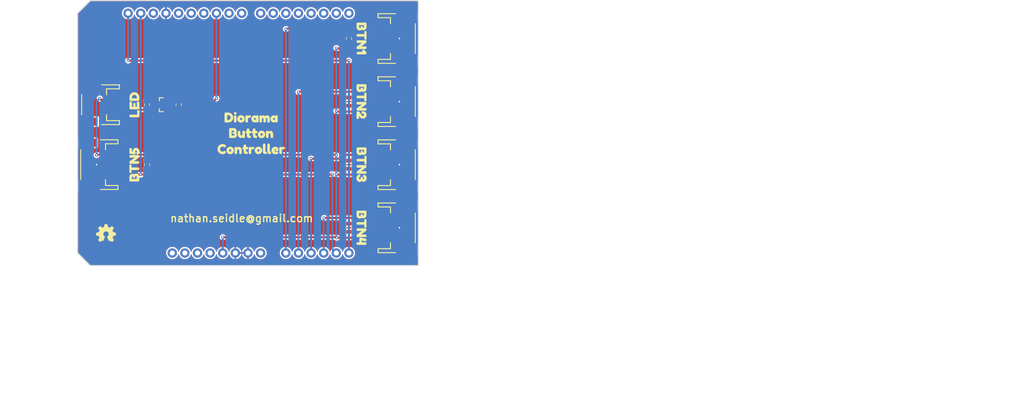
<source format=kicad_pcb>
(kicad_pcb (version 20240108) (generator "pcbnew") (generator_version "8.0")
  (title_block (title "WOW Button MP3 Controller") (date "2024-10-18") (rev "v10") (comment 1 "Designed by: N. Seidle"))
  (layers (0 "F.Cu" signal) (31 "B.Cu" signal) (34 "B.Paste" user) (35 "F.Paste" user) (36 "B.SilkS" user "B.Silkscreen") (37 "F.SilkS" user "F.Silkscreen") (38 "B.Mask" user) (39 "F.Mask" user) (44 "Edge.Cuts" user))
  (net 0 "")
  (net 1 "5V")
  (net 2 "GND")
  (net 3 "LED0")
  (net 4 "BTN1")
  (net 5 "BTN2")
  (net 6 "BTN3")
  (net 8 "Net-(J5--)")
  (net 11 "BTN4")
  (net 30 "Net-(Q1-B)")
  (net 31 "Net-(Q1-C)")
  (net 32 "BTN5")
  (net 33 "unconnected-(B1-PadA5{slash}SCL)")
  (footprint "SparkFun-Connector:JST_SMD_2.0mm-3" (layer "F.Cu") (at 154.94 99.06 -90)
    (property "Reference" "J1")
    (property "Value" "JST_2mm_3")
    (pad "1" smd rect (at -1.99 4.77 270) (size 1 4.6) (layers "F.Cu" "F.Paste" "F.Mask") (net 5 "BTN2"))
    (pad "2" smd rect (at 0.01 4.77 270) (size 1 4.6) (layers "F.Cu" "F.Paste" "F.Mask") (net 2 "GND"))
    (pad "3" smd rect (at 2.01 4.77 270) (size 1 4.6) (layers "F.Cu" "F.Paste" "F.Mask") (net 1 "5V"))
    (pad "NC1" smd rect (at -4.39 -0.43) (size 3.4 1.6) (layers "F.Cu" "F.Paste" "F.Mask"))
    (pad "NC2" smd rect (at 4.41 -0.43) (size 3.4 1.6) (layers "F.Cu" "F.Paste" "F.Mask"))
  )
  (footprint "kibuzzard-671AF941" (layer "F.Cu") (at 123.825 102.235)
    (property "Reference" "kibuzzard-671AF941" (hide yes))
    (property "Value" "G***" (hide yes))
  )
  (footprint "SparkFun-Resistor:R_0603_1608Metric" (layer "F.Cu") (at 143.51 111.76 -90)
    (property "Reference" "R3")
    (property "Value" "10k")
    (pad "1" smd roundrect (at -0.825 0 270) (size 0.8 0.95) (layers "F.Cu" "F.Paste" "F.Mask") (net 6 "BTN3"))
    (pad "2" smd roundrect (at 0.825 0 270) (size 0.8 0.95) (layers "F.Cu" "F.Paste" "F.Mask") (net 1 "5V"))
  )
  (footprint "SparkFun-Connector:JST_SMD_2.0mm-3" (layer "F.Cu") (at 154.94 111.76 -90)
    (property "Reference" "J3")
    (property "Value" "JST_2mm_3")
    (pad "1" smd rect (at -1.99 4.77 270) (size 1 4.6) (layers "F.Cu" "F.Paste" "F.Mask") (net 6 "BTN3"))
    (pad "2" smd rect (at 0.01 4.77 270) (size 1 4.6) (layers "F.Cu" "F.Paste" "F.Mask") (net 2 "GND"))
    (pad "3" smd rect (at 2.01 4.77 270) (size 1 4.6) (layers "F.Cu" "F.Paste" "F.Mask") (net 1 "5V"))
    (pad "NC1" smd rect (at -4.39 -0.43) (size 3.4 1.6) (layers "F.Cu" "F.Paste" "F.Mask"))
    (pad "NC2" smd rect (at 4.41 -0.43) (size 3.4 1.6) (layers "F.Cu" "F.Paste" "F.Mask"))
  )
  (footprint "kibuzzard-67132779" (layer "F.Cu") (at 146.05 111.76 -90)
    (property "Reference" "kibuzzard-67132779" (hide yes))
    (property "Value" "G***" (hide yes))
  )
  (footprint "kibuzzard-6713273F" (layer "F.Cu") (at 146.05 86.36 -90)
    (property "Reference" "kibuzzard-6713273F" (hide yes))
    (property "Value" "G***" (hide yes))
  )
  (footprint "SparkFun-Resistor:R_0603_1608Metric" (layer "F.Cu") (at 109.22 99.695 90)
    (property "Reference" "R7")
    (property "Value" "330")
    (pad "1" smd roundrect (at -0.825 0 90) (size 0.8 0.95) (layers "F.Cu" "F.Paste" "F.Mask") (net 30 "Net-(Q1-B)"))
    (pad "2" smd roundrect (at 0.825 0 90) (size 0.8 0.95) (layers "F.Cu" "F.Paste" "F.Mask") (net 3 "LED0"))
  )
  (footprint "SparkFun-Aesthetic:OSHW_Logo_4mm" (layer "F.Cu") (at 94.615 125.73)
    (property "Reference" "Ref**" (hide yes))
    (property "Value" "Val**" (hide yes))
  )
  (footprint "SparkFun-Board:Uno_R3_Shield_NoLabels" (layer "F.Cu") (at 119.38 105.41 -90)
    (property "Reference" "B1")
    (property "Value" "Arduino_Uno_R3_Shield")
    (pad "3.3V" thru_hole circle (at 24.13 3.81) (size 1.8796 1.8796) (drill 1.016) (layers "*.Cu" "*.Mask"))
    (pad "5V" thru_hole circle (at 24.13 1.27) (size 1.8796 1.8796) (drill 1.016) (layers "*.Cu" "*.Mask") (net 1 "5V"))
    (pad "A0" thru_hole circle (at 24.13 -11.43) (size 1.8796 1.8796) (drill 1.016) (layers "*.Cu" "*.Mask") (net 4 "BTN1"))
    (pad "A1" thru_hole circle (at 24.13 -13.97) (size 1.8796 1.8796) (drill 1.016) (layers "*.Cu" "*.Mask") (net 5 "BTN2"))
    (pad "A2" thru_hole circle (at 24.13 -16.51) (size 1.8796 1.8796) (drill 1.016) (layers "*.Cu" "*.Mask") (net 6 "BTN3"))
    (pad "A3" thru_hole circle (at 24.13 -19.05) (size 1.8796 1.8796) (drill 1.016) (layers "*.Cu" "*.Mask") (net 11 "BTN4"))
    (pad "A4/SDA" thru_hole circle (at -24.13 17.78) (size 1.8796 1.8796) (drill 1.016) (layers "*.Cu" "*.Mask") (net 32 "BTN5"))
    (pad "A4/SDA" thru_hole circle (at 24.13 -21.59) (size 1.8796 1.8796) (drill 1.016) (layers "*.Cu" "*.Mask") (net 32 "BTN5"))
    (pad "A5/SCL" thru_hole circle (at -24.13 20.32) (size 1.8796 1.8796) (drill 1.016) (layers "*.Cu" "*.Mask") (net 33 "unconnected-(B1-PadA5{slash}SCL)"))
    (pad "A5/SCL" thru_hole circle (at 24.13 -24.13) (size 1.8796 1.8796) (drill 1.016) (layers "*.Cu" "*.Mask") (net 33 "unconnected-(B1-PadA5{slash}SCL)"))
    (pad "AREF" thru_hole circle (at -24.13 15.24) (size 1.8796 1.8796) (drill 1.016) (layers "*.Cu" "*.Mask"))
    (pad "D0/TXO" thru_hole circle (at -24.13 -24.13) (size 1.8796 1.8796) (drill 1.016) (layers "*.Cu" "*.Mask"))
    (pad "D1/RXI" thru_hole circle (at -24.13 -21.59) (size 1.8796 1.8796) (drill 1.016) (layers "*.Cu" "*.Mask"))
    (pad "D2" thru_hole circle (at -24.13 -19.05) (size 1.8796 1.8796) (drill 1.016) (layers "*.Cu" "*.Mask"))
    (pad "D3" thru_hole circle (at -24.13 -16.51) (size 1.8796 1.8796) (drill 1.016) (layers "*.Cu" "*.Mask"))
    (pad "D4" thru_hole circle (at -24.13 -13.97) (size 1.8796 1.8796) (drill 1.016) (layers "*.Cu" "*.Mask"))
    (pad "D5" thru_hole circle (at -24.13 -11.43) (size 1.8796 1.8796) (drill 1.016) (layers "*.Cu" "*.Mask"))
    (pad "D6" thru_hole circle (at -24.13 -8.89) (size 1.8796 1.8796) (drill 1.016) (layers "*.Cu" "*.Mask"))
    (pad "D7" thru_hole circle (at -24.13 -6.35) (size 1.8796 1.8796) (drill 1.016) (layers "*.Cu" "*.Mask"))
    (pad "D8" thru_hole circle (at -24.13 -2.54) (size 1.8796 1.8796) (drill 1.016) (layers "*.Cu" "*.Mask"))
    (pad "D9" thru_hole circle (at -24.13 0) (size 1.8796 1.8796) (drill 1.016) (layers "*.Cu" "*.Mask"))
    (pad "D10" thru_hole circle (at -24.13 2.54) (size 1.8796 1.8796) (drill 1.016) (layers "*.Cu" "*.Mask") (net 3 "LED0"))
    (pad "D11" thru_hole circle (at -24.13 5.08) (size 1.8796 1.8796) (drill 1.016) (layers "*.Cu" "*.Mask"))
    (pad "D12" thru_hole circle (at -24.13 7.62) (size 1.8796 1.8796) (drill 1.016) (layers "*.Cu" "*.Mask"))
    (pad "D13" thru_hole circle (at -24.13 10.16) (size 1.8796 1.8796) (drill 1.016) (layers "*.Cu" "*.Mask"))
    (pad "GND" thru_hole circle (at -24.13 12.7) (size 1.8796 1.8796) (drill 1.016) (layers "*.Cu" "*.Mask") (net 2 "GND"))
    (pad "GND" thru_hole circle (at 24.13 -3.81) (size 1.8796 1.8796) (drill 1.016) (layers "*.Cu" "*.Mask") (net 2 "GND"))
    (pad "GND" thru_hole circle (at 24.13 -1.27) (size 1.8796 1.8796) (drill 1.016) (layers "*.Cu" "*.Mask") (net 2 "GND"))
    (pad "IOREF" thru_hole circle (at 24.13 8.89) (size 1.8796 1.8796) (drill 1.016) (layers "*.Cu" "*.Mask"))
    (pad "NC" thru_hole circle (at 24.13 11.43) (size 1.8796 1.8796) (drill 1.016) (layers "*.Cu" "*.Mask"))
    (pad "VIN" thru_hole circle (at 24.13 -6.35) (size 1.8796 1.8796) (drill 1.016) (layers "*.Cu" "*.Mask"))
    (pad "~{RESET}" thru_hole circle (at 24.13 6.35) (size 1.8796 1.8796) (drill 1.016) (layers "*.Cu" "*.Mask"))
  )
  (footprint "kibuzzard-67132780" (layer "F.Cu") (at 146.05 124.46 -90)
    (property "Reference" "kibuzzard-67132780" (hide yes))
    (property "Value" "G***" (hide yes))
  )
  (footprint "SparkFun-Connector:JST_SMD_2.0mm-2" (layer "F.Cu") (at 92.71 99.695 90)
    (property "Reference" "J5")
    (property "Value" "JST_2mm_LiPo")
    (pad "1" smd rect (at -1 3.7 90) (size 1 4.6) (layers "F.Cu" "F.Paste" "F.Mask") (net 8 "Net-(J5--)"))
    (pad "2" smd rect (at 1 3.7 90) (size 1 4.6) (layers "F.Cu" "F.Paste" "F.Mask") (net 1 "5V"))
    (pad "NC1" smd rect (at -3.4 -1.5 180) (size 3.4 1.6) (layers "F.Cu" "F.Paste" "F.Mask"))
    (pad "NC2" smd rect (at 3.4 -1.5 180) (size 3.4 1.6) (layers "F.Cu" "F.Paste" "F.Mask"))
  )
  (footprint "SparkFun-Semiconductor-Standard:SOT23-3" (layer "F.Cu") (at 106.045 99.695 180)
    (property "Reference" "Q1")
    (property "Value" "MMBT2222A")
    (pad "1" smd rect (at -1 -0.95 90) (size 0.8 0.9) (layers "F.Cu" "F.Paste" "F.Mask") (net 30 "Net-(Q1-B)"))
    (pad "2" smd rect (at -1 0.95 90) (size 0.8 0.9) (layers "F.Cu" "F.Paste" "F.Mask") (net 2 "GND"))
    (pad "3" smd rect (at 1.1 0 90) (size 0.8 0.9) (layers "F.Cu" "F.Paste" "F.Mask") (net 31 "Net-(Q1-C)"))
  )
  (footprint "SparkFun-Aesthetic:Creative_Commons_License" (layer "F.Cu") (at 231.5 159.5)
    (property "Reference" "G1" (hide yes))
    (property "Value" "OSHW_Logo" (hide yes))
  )
  (footprint "SparkFun-Resistor:R_0603_1608Metric" (layer "F.Cu") (at 143.51 86.36 -90)
    (property "Reference" "R1")
    (property "Value" "10k")
    (pad "1" smd roundrect (at -0.825 0 270) (size 0.8 0.95) (layers "F.Cu" "F.Paste" "F.Mask") (net 4 "BTN1"))
    (pad "2" smd roundrect (at 0.825 0 270) (size 0.8 0.95) (layers "F.Cu" "F.Paste" "F.Mask") (net 1 "5V"))
  )
  (footprint "SparkFun-Resistor:R_0603_1608Metric" (layer "F.Cu") (at 102.87 99.695 -90)
    (property "Reference" "R8")
    (property "Value" "33")
    (pad "1" smd roundrect (at -0.825 0 270) (size 0.8 0.95) (layers "F.Cu" "F.Paste" "F.Mask") (net 31 "Net-(Q1-C)"))
    (pad "2" smd roundrect (at 0.825 0 270) (size 0.8 0.95) (layers "F.Cu" "F.Paste" "F.Mask") (net 8 "Net-(J5--)"))
  )
  (footprint "SparkFun-Resistor:R_0603_1608Metric" (layer "F.Cu") (at 143.51 124.46 -90)
    (property "Reference" "R4")
    (property "Value" "10k")
    (pad "1" smd roundrect (at -0.825 0 270) (size 0.8 0.95) (layers "F.Cu" "F.Paste" "F.Mask") (net 11 "BTN4"))
    (pad "2" smd roundrect (at 0.825 0 270) (size 0.8 0.95) (layers "F.Cu" "F.Paste" "F.Mask") (net 1 "5V"))
  )
  (footprint "kibuzzard-6713271F" (layer "F.Cu") (at 100.33 99.695 90)
    (property "Reference" "kibuzzard-6713271F" (hide yes))
    (property "Value" "G***" (hide yes))
  )
  (footprint "SparkFun-Resistor:R_0603_1608Metric" (layer "F.Cu") (at 102.87 111.76 90)
    (property "Reference" "R5")
    (property "Value" "10k")
    (pad "1" smd roundrect (at -0.825 0 90) (size 0.8 0.95) (layers "F.Cu" "F.Paste" "F.Mask") (net 32 "BTN5"))
    (pad "2" smd roundrect (at 0.825 0 90) (size 0.8 0.95) (layers "F.Cu" "F.Paste" "F.Mask") (net 1 "5V"))
  )
  (footprint "SparkFun-Resistor:R_0603_1608Metric" (layer "F.Cu") (at 143.51 99.06 -90)
    (property "Reference" "R2")
    (property "Value" "10k")
    (pad "1" smd roundrect (at -0.825 0 270) (size 0.8 0.95) (layers "F.Cu" "F.Paste" "F.Mask") (net 5 "BTN2"))
    (pad "2" smd roundrect (at 0.825 0 270) (size 0.8 0.95) (layers "F.Cu" "F.Paste" "F.Mask") (net 1 "5V"))
  )
  (footprint "kibuzzard-67132771" (layer "F.Cu") (at 146.05 99.06 -90)
    (property "Reference" "kibuzzard-67132771" (hide yes))
    (property "Value" "G***" (hide yes))
  )
  (footprint "SparkFun-Connector:JST_SMD_2.0mm-3" (layer "F.Cu") (at 154.94 124.46 -90)
    (property "Reference" "J4")
    (property "Value" "JST_2mm_3")
    (pad "1" smd rect (at -1.99 4.77 270) (size 1 4.6) (layers "F.Cu" "F.Paste" "F.Mask") (net 11 "BTN4"))
    (pad "2" smd rect (at 0.01 4.77 270) (size 1 4.6) (layers "F.Cu" "F.Paste" "F.Mask") (net 2 "GND"))
    (pad "3" smd rect (at 2.01 4.77 270) (size 1 4.6) (layers "F.Cu" "F.Paste" "F.Mask") (net 1 "5V"))
    (pad "NC1" smd rect (at -4.39 -0.43) (size 3.4 1.6) (layers "F.Cu" "F.Paste" "F.Mask"))
    (pad "NC2" smd rect (at 4.41 -0.43) (size 3.4 1.6) (layers "F.Cu" "F.Paste" "F.Mask"))
  )
  (footprint "kibuzzard-671AF94E" (layer "F.Cu") (at 123.825 108.585)
    (property "Reference" "kibuzzard-671AF94E" (hide yes))
    (property "Value" "G***" (hide yes))
  )
  (footprint "SparkFun-Connector:JST_SMD_2.0mm-3" (layer "F.Cu") (at 154.94 86.36 -90)
    (property "Reference" "J2")
    (property "Value" "JST_2mm_3")
    (pad "1" smd rect (at -1.99 4.77 270) (size 1 4.6) (layers "F.Cu" "F.Paste" "F.Mask") (net 4 "BTN1"))
    (pad "2" smd rect (at 0.01 4.77 270) (size 1 4.6) (layers "F.Cu" "F.Paste" "F.Mask") (net 2 "GND"))
    (pad "3" smd rect (at 2.01 4.77 270) (size 1 4.6) (layers "F.Cu" "F.Paste" "F.Mask") (net 1 "5V"))
    (pad "NC1" smd rect (at -4.39 -0.43) (size 3.4 1.6) (layers "F.Cu" "F.Paste" "F.Mask"))
    (pad "NC2" smd rect (at 4.41 -0.43) (size 3.4 1.6) (layers "F.Cu" "F.Paste" "F.Mask"))
  )
  (footprint "kibuzzard-671AF949" (layer "F.Cu") (at 123.825 105.41)
    (property "Reference" "kibuzzard-671AF949" (hide yes))
    (property "Value" "G***" (hide yes))
  )
  (footprint "kibuzzard-671AF894" (layer "F.Cu") (at 100.33 111.76 90)
    (property "Reference" "kibuzzard-671AF894" (hide yes))
    (property "Value" "G***" (hide yes))
  )
  (footprint "SparkFun-Connector:JST_SMD_2.0mm-3" (layer "F.Cu") (at 91.44 111.76 90)
    (property "Reference" "J6")
    (property "Value" "JST_2mm_3")
    (pad "1" smd rect (at -1.99 4.77 90) (size 1 4.6) (layers "F.Cu" "F.Paste" "F.Mask") (net 32 "BTN5"))
    (pad "2" smd rect (at 0.01 4.77 90) (size 1 4.6) (layers "F.Cu" "F.Paste" "F.Mask") (net 2 "GND"))
    (pad "3" smd rect (at 2.01 4.77 90) (size 1 4.6) (layers "F.Cu" "F.Paste" "F.Mask") (net 1 "5V"))
    (pad "NC1" smd rect (at -4.39 -0.43 180) (size 3.4 1.6) (layers "F.Cu" "F.Paste" "F.Mask"))
    (pad "NC2" smd rect (at 4.41 -0.43 180) (size 3.4 1.6) (layers "F.Cu" "F.Paste" "F.Mask"))
  )
  (gr_poly (pts (xy 91.44 132.08) (xy 88.9 129.54) (xy 88.9 81.28) (xy 91.44 78.74) (xy 157.48 78.74) (xy 157.48 132.08)) (stroke (width 0.1524)) (fill none) (layer "Edge.Cuts"))
  (gr_text "10-16-2024" (at 98.7425 129.8575 0) (layer "F.Cu" knockout) (effects (font (size 1.5 1.5) (thickness 0.3) (bold yes))))
  (gr_text "nathan.seidle@gmail.com" (at 121.92 122.555 0) (layer "F.SilkS") (effects (font (size 1.5113 1.5113) (thickness 0.2667))))
  (segment (start 143.51 125.285) (end 143.51 126.47) (width 0.4064) (layer "F.Cu") (net 1))
  (segment (start 96.21 109.75) (end 92.815 109.75) (width 0.4064) (layer "F.Cu") (net 1))
  (segment (start 96.21 109.75) (end 102.87 109.75) (width 0.4064) (layer "F.Cu") (net 1))
  (segment (start 150.17 113.77) (end 143.51 113.77) (width 0.4064) (layer "F.Cu") (net 1))
  (segment (start 141.075 113.77) (end 140.97 113.665) (width 0.4064) (layer "F.Cu") (net 1))
  (segment (start 93.615 98.695) (end 93.345 98.425) (width 0.4064) (layer "F.Cu") (net 1))
  (segment (start 143.51 113.77) (end 141.075 113.77) (width 0.4064) (layer "F.Cu") (net 1))
  (segment (start 143.51 112.585) (end 143.51 113.77) (width 0.4064) (layer "F.Cu") (net 1))
  (segment (start 150.17 88.37) (end 143.51 88.37) (width 0.4064) (layer "F.Cu") (net 1))
  (segment (start 102.87 110.935) (end 102.87 109.75) (width 0.4064) (layer "F.Cu") (net 1))
  (segment (start 96.41 98.695) (end 93.615 98.695) (width 0.4064) (layer "F.Cu") (net 1))
  (segment (start 143.51 88.37) (end 141.075 88.37) (width 0.4064) (layer "F.Cu") (net 1))
  (segment (start 140.97 126.365) (end 141.075 126.47) (width 0.4064) (layer "F.Cu") (net 1))
  (segment (start 141.075 88.37) (end 140.97 88.265) (width 0.4064) (layer "F.Cu") (net 1))
  (segment (start 92.815 109.75) (end 92.71 109.855) (width 0.4064) (layer "F.Cu") (net 1))
  (segment (start 150.17 101.07) (end 143.51 101.07) (width 0.4064) (layer "F.Cu") (net 1))
  (segment (start 141.075 101.07) (end 140.97 100.965) (width 0.4064) (layer "F.Cu") (net 1))
  (segment (start 118.11 126.365) (end 140.97 126.365) (width 0.4064) (layer "F.Cu") (net 1))
  (segment (start 143.51 101.07) (end 141.075 101.07) (width 0.4064) (layer "F.Cu") (net 1))
  (segment (start 102.87 109.75) (end 140.865 109.75) (width 0.4064) (layer "F.Cu") (net 1))
  (segment (start 143.51 87.185) (end 143.51 88.37) (width 0.4064) (layer "F.Cu") (net 1))
  (segment (start 143.51 99.885) (end 143.51 101.07) (width 0.4064) (layer "F.Cu") (net 1))
  (segment (start 150.17 126.47) (end 143.51 126.47) (width 0.4064) (layer "F.Cu") (net 1))
  (segment (start 143.51 126.47) (end 141.075 126.47) (width 0.4064) (layer "F.Cu") (net 1))
  (segment (start 140.865 109.75) (end 140.97 109.855) (width 0.4064) (layer "F.Cu") (net 1))
  (via (at 92.71 109.855) (size 0.6) (drill 0.3) (layers "F.Cu" "B.Cu") (net 1))
  (via (at 140.97 100.965) (size 0.6) (drill 0.3) (layers "F.Cu" "B.Cu") (net 1))
  (via (at 93.345 98.425) (size 0.6) (drill 0.3) (layers "F.Cu" "B.Cu") (net 1))
  (via (at 118.11 126.365) (size 0.6) (drill 0.3) (layers "F.Cu" "B.Cu") (net 1))
  (via (at 140.97 88.265) (size 0.6) (drill 0.3) (layers "F.Cu" "B.Cu") (net 1))
  (via (at 140.97 113.665) (size 0.6) (drill 0.3) (layers "F.Cu" "B.Cu") (net 1))
  (via (at 140.97 109.855) (size 0.6) (drill 0.3) (layers "F.Cu" "B.Cu") (net 1))
  (via (at 141.075 126.47) (size 0.6) (drill 0.3) (layers "F.Cu" "B.Cu") (net 1))
  (segment (start 140.97 113.665) (end 140.97 109.855) (width 0.4064) (layer "B.Cu") (net 1))
  (segment (start 140.97 113.665) (end 140.97 126.365) (width 0.4064) (layer "B.Cu") (net 1))
  (segment (start 93.345 98.425) (end 92.71 99.06) (width 0.4064) (layer "B.Cu") (net 1))
  (segment (start 140.97 126.365) (end 141.075 126.47) (width 0.4064) (layer "B.Cu") (net 1))
  (segment (start 118.11 129.54) (end 118.11 126.365) (width 0.4064) (layer "B.Cu") (net 1))
  (segment (start 140.97 100.965) (end 140.97 88.265) (width 0.4064) (layer "B.Cu") (net 1))
  (segment (start 140.97 109.855) (end 140.97 100.965) (width 0.4064) (layer "B.Cu") (net 1))
  (segment (start 92.71 99.06) (end 92.71 109.855) (width 0.4064) (layer "B.Cu") (net 1))
  (segment (start 92.72 111.75) (end 92.71 111.76) (width 0.4064) (layer "F.Cu") (net 2))
  (segment (start 96.21 111.75) (end 92.72 111.75) (width 0.4064) (layer "F.Cu") (net 2))
  (via (at 153.67 86.36) (size 0.6) (drill 0.3) (layers "F.Cu" "B.Cu") (net 2))
  (via (at 153.67 124.46) (size 0.6) (drill 0.3) (layers "F.Cu" "B.Cu") (net 2))
  (via (at 153.67 99.06) (size 0.6) (drill 0.3) (layers "F.Cu" "B.Cu") (net 2))
  (via (at 153.67 111.76) (size 0.6) (drill 0.3) (layers "F.Cu" "B.Cu") (net 2))
  (via (at 92.71 111.76) (size 0.6) (drill 0.3) (layers "F.Cu" "B.Cu") (net 2))
  (segment (start 116.395 98.87) (end 116.84 98.425) (width 0.4064) (layer "F.Cu") (net 3))
  (segment (start 109.22 98.87) (end 116.395 98.87) (width 0.4064) (layer "F.Cu") (net 3))
  (via (at 116.84 98.425) (size 0.6) (drill 0.3) (layers "F.Cu" "B.Cu") (net 3))
  (segment (start 116.84 81.28) (end 116.84 98.425) (width 0.4064) (layer "B.Cu") (net 3))
  (segment (start 143.51 85.535) (end 143.51 84.37) (width 0.4064) (layer "F.Cu") (net 4))
  (segment (start 150.17 84.37) (end 143.51 84.37) (width 0.4064) (layer "F.Cu") (net 4))
  (segment (start 143.51 84.37) (end 130.895 84.37) (width 0.4064) (layer "F.Cu") (net 4))
  (segment (start 130.895 84.37) (end 130.81 84.455) (width 0.4064) (layer "F.Cu") (net 4))
  (via (at 130.81 84.455) (size 0.6) (drill 0.3) (layers "F.Cu" "B.Cu") (net 4))
  (segment (start 130.81 84.455) (end 130.81 129.54) (width 0.4064) (layer "B.Cu") (net 4))
  (segment (start 150.17 97.07) (end 143.51 97.07) (width 0.4064) (layer "F.Cu") (net 5))
  (segment (start 143.51 97.07) (end 133.435 97.07) (width 0.4064) (layer "F.Cu") (net 5))
  (segment (start 143.51 98.235) (end 143.51 97.07) (width 0.4064) (layer "F.Cu") (net 5))
  (segment (start 133.435 97.07) (end 133.35 97.155) (width 0.4064) (layer "F.Cu") (net 5))
  (via (at 133.35 97.155) (size 0.6) (drill 0.3) (layers "F.Cu" "B.Cu") (net 5))
  (segment (start 133.35 97.155) (end 133.35 129.54) (width 0.4064) (layer "B.Cu") (net 5))
  (segment (start 135.9614 110.5614) (end 135.89 110.49) (width 0.4064) (layer "F.Cu") (net 6))
  (segment (start 142.1686 110.5614) (end 135.9614 110.5614) (width 0.4064) (layer "F.Cu") (net 6))
  (segment (start 150.17 109.77) (end 143.51 109.77) (width 0.4064) (layer "F.Cu") (net 6))
  (segment (start 143.51 110.935) (end 143.51 109.77) (width 0.4064) (layer "F.Cu") (net 6))
  (segment (start 143.51 109.77) (end 142.96 109.77) (width 0.4064) (layer "F.Cu") (net 6))
  (segment (start 142.96 109.77) (end 142.1686 110.5614) (width 0.4064) (layer "F.Cu") (net 6))
  (via (at 135.89 110.49) (size 0.6) (drill 0.3) (layers "F.Cu" "B.Cu") (net 6))
  (segment (start 135.89 129.54) (end 135.89 110.49) (width 0.4064) (layer "B.Cu") (net 6))
  (segment (start 102.695 100.695) (end 102.87 100.52) (width 0.4064) (layer "F.Cu") (net 8))
  (segment (start 96.41 100.695) (end 102.695 100.695) (width 0.4064) (layer "F.Cu") (net 8))
  (segment (start 150.17 122.47) (end 143.51 122.47) (width 0.4064) (layer "F.Cu") (net 11))
  (segment (start 143.51 123.635) (end 143.51 122.47) (width 0.4064) (layer "F.Cu") (net 11))
  (segment (start 143.51 122.47) (end 138.515 122.47) (width 0.4064) (layer "F.Cu") (net 11))
  (segment (start 138.43 122.555) (end 138.515 122.47) (width 0.4064) (layer "F.Cu") (net 11))
  (via (at 138.515 122.47) (size 0.6) (drill 0.3) (layers "F.Cu" "B.Cu") (net 11))
  (segment (start 138.43 129.54) (end 138.43 122.555) (width 0.4064) (layer "B.Cu") (net 11))
  (segment (start 138.43 122.555) (end 138.515 122.47) (width 0.4064) (layer "B.Cu") (net 11))
  (segment (start 107.045 100.645) (end 109.095 100.645) (width 0.4064) (layer "F.Cu") (net 30))
  (segment (start 109.095 100.645) (end 109.22 100.52) (width 0.4064) (layer "F.Cu") (net 30))
  (segment (start 104.945 99.695) (end 103.695 99.695) (width 0.4064) (layer "F.Cu") (net 31))
  (segment (start 103.695 99.695) (end 102.87 98.87) (width 0.4064) (layer "F.Cu") (net 31))
  (segment (start 102.87 113.75) (end 140.081797 113.75) (width 0.4064) (layer "F.Cu") (net 32))
  (segment (start 101.6 113.75) (end 102.87 113.75) (width 0.4064) (layer "F.Cu") (net 32))
  (segment (start 102.87 112.585) (end 102.87 113.75) (width 0.4064) (layer "F.Cu") (net 32))
  (segment (start 96.21 113.75) (end 101.6 113.75) (width 0.4064) (layer "F.Cu") (net 32))
  (segment (start 140.081797 113.75) (end 140.166797 113.665) (width 0.4064) (layer "F.Cu") (net 32))
  (via (at 101.6 113.75) (size 0.6) (drill 0.3) (layers "F.Cu" "B.Cu") (net 32))
  (via (at 140.166797 113.665) (size 0.6) (drill 0.3) (layers "F.Cu" "B.Cu") (net 32))
  (segment (start 101.6 81.28) (end 101.6 113.75) (width 0.4064) (layer "B.Cu") (net 32))
  (segment (start 140.166797 128.736797) (end 140.97 129.54) (width 0.4064) (layer "B.Cu") (net 32))
  (segment (start 140.166797 113.665) (end 140.166797 128.736797) (width 0.4064) (layer "B.Cu") (net 32))
  (segment (start 143.51 90.805) (end 99.06 90.805) (width 0.4064) (layer "F.Cu") (net 33))
  (via (at 99.06 90.805) (size 0.6) (drill 0.3) (layers "F.Cu" "B.Cu") (net 33))
  (via (at 143.51 90.805) (size 0.6) (drill 0.3) (layers "F.Cu" "B.Cu") (net 33))
  (segment (start 143.51 129.54) (end 143.51 90.805) (width 0.4064) (layer "B.Cu") (net 33))
  (segment (start 99.06 81.28) (end 99.06 90.805) (width 0.4064) (layer "B.Cu") (net 33))
  (zone (net 2) (net_name "GND") (layers "F&B.Cu") (priority 6) (connect_pads (clearance 0.3048)) (min_thickness 0.127) (fill yes (thermal_gap 0.304) (thermal_bridge_width 0.304))
    (polygon (pts (xy 157.48 132.08) (xy 88.9 132.08) (xy 88.9 78.74) (xy 157.48 78.74)))
  )
)
</source>
